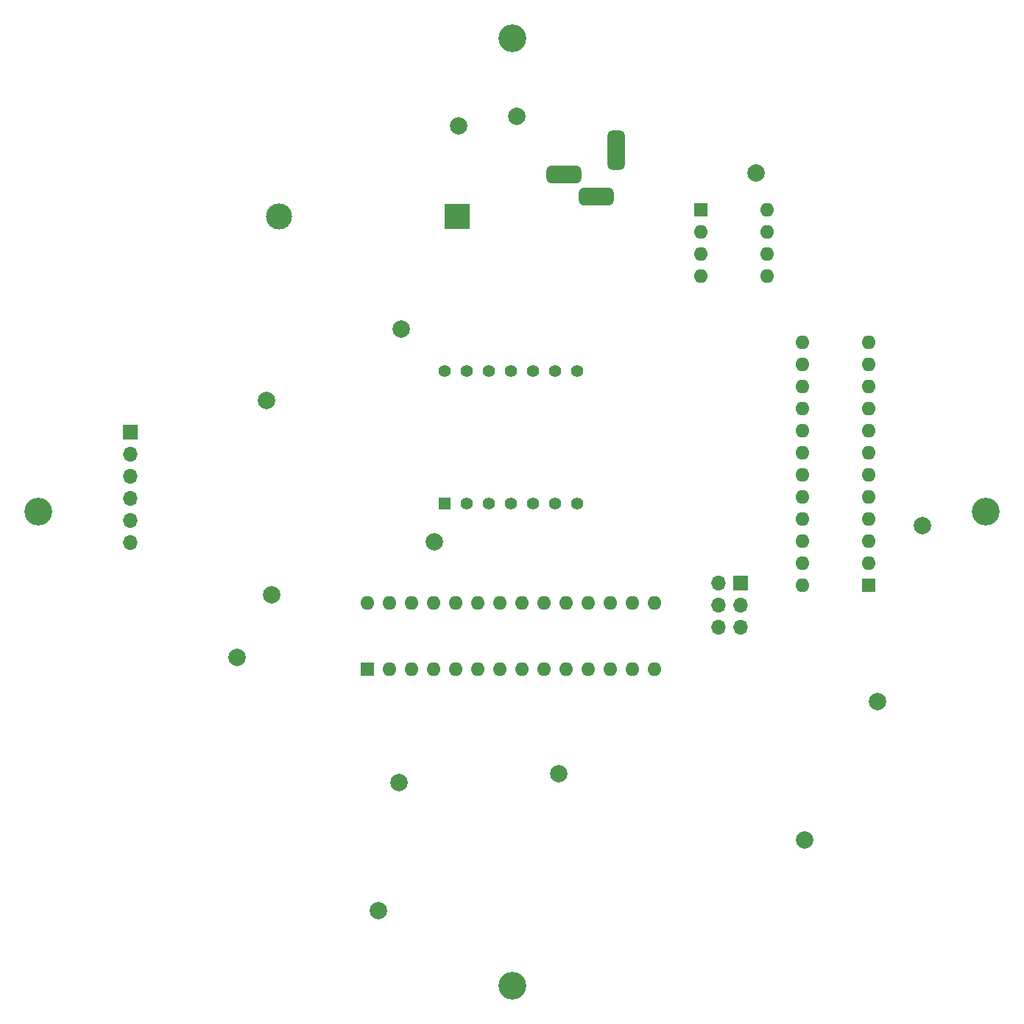
<source format=gbr>
%TF.GenerationSoftware,KiCad,Pcbnew,(6.0.5)*%
%TF.CreationDate,2022-07-23T15:35:45-04:00*%
%TF.ProjectId,circle_clock_design,63697263-6c65-45f6-936c-6f636b5f6465,rev?*%
%TF.SameCoordinates,PX56cacc8PY97b5f08*%
%TF.FileFunction,Soldermask,Bot*%
%TF.FilePolarity,Negative*%
%FSLAX46Y46*%
G04 Gerber Fmt 4.6, Leading zero omitted, Abs format (unit mm)*
G04 Created by KiCad (PCBNEW (6.0.5)) date 2022-07-23 15:35:45*
%MOMM*%
%LPD*%
G01*
G04 APERTURE LIST*
G04 Aperture macros list*
%AMRoundRect*
0 Rectangle with rounded corners*
0 $1 Rounding radius*
0 $2 $3 $4 $5 $6 $7 $8 $9 X,Y pos of 4 corners*
0 Add a 4 corners polygon primitive as box body*
4,1,4,$2,$3,$4,$5,$6,$7,$8,$9,$2,$3,0*
0 Add four circle primitives for the rounded corners*
1,1,$1+$1,$2,$3*
1,1,$1+$1,$4,$5*
1,1,$1+$1,$6,$7*
1,1,$1+$1,$8,$9*
0 Add four rect primitives between the rounded corners*
20,1,$1+$1,$2,$3,$4,$5,0*
20,1,$1+$1,$4,$5,$6,$7,0*
20,1,$1+$1,$6,$7,$8,$9,0*
20,1,$1+$1,$8,$9,$2,$3,0*%
G04 Aperture macros list end*
%ADD10R,1.700000X1.700000*%
%ADD11O,1.700000X1.700000*%
%ADD12C,3.200000*%
%ADD13C,2.000000*%
%ADD14R,1.600000X1.600000*%
%ADD15O,1.600000X1.600000*%
%ADD16RoundRect,0.500000X0.500000X-1.750000X0.500000X1.750000X-0.500000X1.750000X-0.500000X-1.750000X0*%
%ADD17RoundRect,0.500000X1.500000X0.500000X-1.500000X0.500000X-1.500000X-0.500000X1.500000X-0.500000X0*%
%ADD18R,1.400000X1.400000*%
%ADD19C,1.400000*%
%ADD20R,3.000000X3.000000*%
%ADD21C,3.000000*%
G04 APERTURE END LIST*
D10*
%TO.C,J3*%
X85267800Y50876200D03*
D11*
X82727800Y50876200D03*
X85267800Y48336200D03*
X82727800Y48336200D03*
X85267800Y45796200D03*
X82727800Y45796200D03*
%TD*%
D12*
%TO.C,H4*%
X4491800Y59080200D03*
%TD*%
D13*
%TO.C,TP14*%
X64389000Y28930600D03*
%TD*%
%TO.C,TP36*%
X92608400Y21310600D03*
%TD*%
D14*
%TO.C,U4*%
X80695800Y93792200D03*
D15*
X80695800Y91252200D03*
X80695800Y88712200D03*
X80695800Y86172200D03*
X88315800Y86172200D03*
X88315800Y88712200D03*
X88315800Y91252200D03*
X88315800Y93792200D03*
%TD*%
D14*
%TO.C,U3*%
X42351800Y40980200D03*
D15*
X44891800Y40980200D03*
X47431800Y40980200D03*
X49971800Y40980200D03*
X52511800Y40980200D03*
X55051800Y40980200D03*
X57591800Y40980200D03*
X60131800Y40980200D03*
X62671800Y40980200D03*
X65211800Y40980200D03*
X67751800Y40980200D03*
X70291800Y40980200D03*
X72831800Y40980200D03*
X75371800Y40980200D03*
X75371800Y48600200D03*
X72831800Y48600200D03*
X70291800Y48600200D03*
X67751800Y48600200D03*
X65211800Y48600200D03*
X62671800Y48600200D03*
X60131800Y48600200D03*
X57591800Y48600200D03*
X55051800Y48600200D03*
X52511800Y48600200D03*
X49971800Y48600200D03*
X47431800Y48600200D03*
X44891800Y48600200D03*
X42351800Y48600200D03*
%TD*%
D13*
%TO.C,TP15*%
X100990400Y37236400D03*
%TD*%
%TO.C,TP21*%
X27330400Y42341800D03*
%TD*%
%TO.C,TP20*%
X31369000Y49555400D03*
%TD*%
%TO.C,TP10*%
X43637200Y13208000D03*
%TD*%
%TO.C,TP8*%
X45974000Y27940000D03*
%TD*%
D12*
%TO.C,H2*%
X113491800Y59080200D03*
%TD*%
%TO.C,H3*%
X58991800Y4580200D03*
%TD*%
D16*
%TO.C,J1*%
X70931800Y100660200D03*
D17*
X68631800Y95360200D03*
X64931800Y97860200D03*
%TD*%
D13*
%TO.C,TP2*%
X106172000Y57531000D03*
%TD*%
D12*
%TO.C,H1*%
X58991800Y113580200D03*
%TD*%
D13*
%TO.C,TP6*%
X87045800Y98069400D03*
%TD*%
%TO.C,TP24*%
X52832000Y103454200D03*
%TD*%
%TO.C,TP34*%
X30734000Y71882000D03*
%TD*%
D18*
%TO.C,DS1*%
X51231800Y60020200D03*
D19*
X53771800Y60020200D03*
X56311800Y60020200D03*
X58851800Y60020200D03*
X61391800Y60020200D03*
X63931800Y60020200D03*
X66471800Y60020200D03*
X66471800Y75260200D03*
X63931800Y75260200D03*
X61391800Y75260200D03*
X58851800Y75260200D03*
X56311800Y75260200D03*
X53771800Y75260200D03*
X51231800Y75260200D03*
%TD*%
D13*
%TO.C,TP5*%
X59486800Y104597200D03*
%TD*%
D14*
%TO.C,U1*%
X99999800Y50617200D03*
D15*
X99999800Y53157200D03*
X99999800Y55697200D03*
X99999800Y58237200D03*
X99999800Y60777200D03*
X99999800Y63317200D03*
X99999800Y65857200D03*
X99999800Y68397200D03*
X99999800Y70937200D03*
X99999800Y73477200D03*
X99999800Y76017200D03*
X99999800Y78557200D03*
X92379800Y78557200D03*
X92379800Y76017200D03*
X92379800Y73477200D03*
X92379800Y70937200D03*
X92379800Y68397200D03*
X92379800Y65857200D03*
X92379800Y63317200D03*
X92379800Y60777200D03*
X92379800Y58237200D03*
X92379800Y55697200D03*
X92379800Y53157200D03*
X92379800Y50617200D03*
%TD*%
D13*
%TO.C,TP25*%
X50063400Y55651400D03*
%TD*%
%TO.C,TP33*%
X46228000Y80060800D03*
%TD*%
D20*
%TO.C,BT1*%
X52685486Y93040183D03*
D21*
X32195486Y93040183D03*
%TD*%
D10*
%TO.C,J2*%
X15036800Y68275200D03*
D11*
X15036800Y65735200D03*
X15036800Y63195200D03*
X15036800Y60655200D03*
X15036800Y58115200D03*
X15036800Y55575200D03*
%TD*%
M02*

</source>
